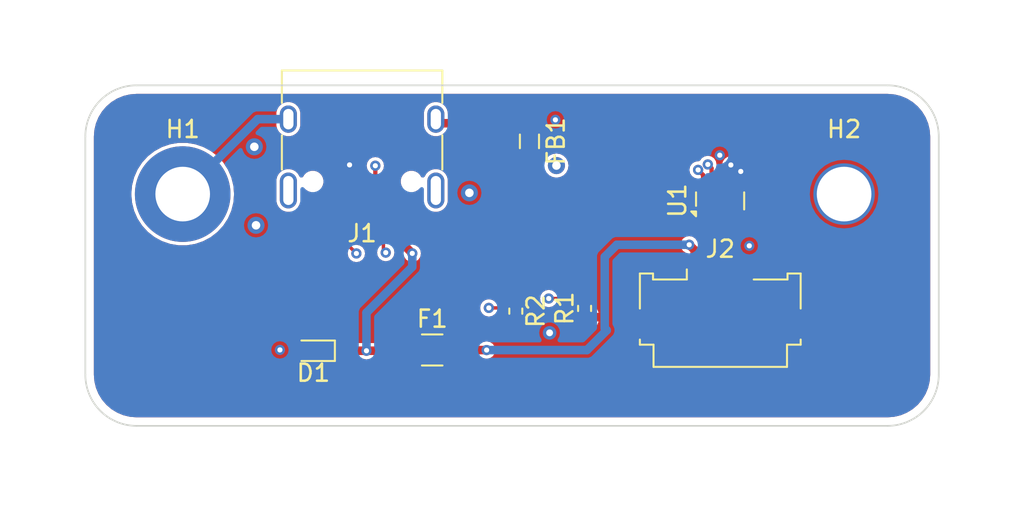
<source format=kicad_pcb>
(kicad_pcb (version 20240108) (generator "pcbnew") (generator_version "8.0")
  (layers (0 "F.Cu" signal) (1 "In1.Cu" signal) (2 "In2.Cu" signal) (31 "B.Cu" signal) (34 "B.Paste" user) (35 "F.Paste" user) (36 "B.SilkS" user "B.Silkscreen") (37 "F.SilkS" user "F.Silkscreen") (38 "B.Mask" user) (39 "F.Mask" user) (44 "Edge.Cuts" user))
  (net 0 "")
  (net 1 "GND")
  (net 2 "VBUS")
  (net 3 "5V")
  (net 4 "GNDPWR")
  (net 5 "D+")
  (net 6 "D-")
  (net 7 "Net-(J1-CC2)")
  (net 10 "Net-(J1-CC1)")
  (footprint "MountingHole:MountingHole_3.2mm_M3_DIN965_Pad_TopOnly" (layer "F.Cu") (at 177.954 37.871)
    (property "Reference" "H2" (at 0 -3.8 0) (layer "F.SilkS"))
    (property "Value" "MountingHole")
    (pad "1" thru_hole circle (at 0 0) (size 3.6 3.6) (drill 3.2) (layers "*.Cu" "*.Mask"))
    (pad "1" connect circle (at 0 0) (size 5.6 5.6) (layers "F.Cu" "F.Mask"))
  )
  (footprint "Fuse:Fuse_1206_3216Metric" (layer "F.Cu") (at 153.823 47.004)
    (property "Reference" "F1" (at 0 -1.82 0) (layer "F.SilkS"))
    (property "Value" "SMD0805-050-16V")
    (fp_line (start -0.602064 -0.91) (end 0.602064 -0.91) (stroke (width 0.12)) (layer "F.SilkS"))
    (fp_line (start -0.602064 0.91) (end 0.602064 0.91) (stroke (width 0.12)) (layer "F.SilkS"))
    (pad "1" smd roundrect (at -1.4 0) (size 1.25 1.75) (layers "F.Cu" "F.Paste" "F.Mask") (roundrect_rratio 0.2) (net 2 "VBUS"))
    (pad "2" smd roundrect (at 1.4 0) (size 1.25 1.75) (layers "F.Cu" "F.Paste" "F.Mask") (roundrect_rratio 0.2) (net 3 "5V"))
  )
  (footprint "Connector_FFC-FPC:Molex_200528-0040_1x04-1MP_P1.00mm_Horizontal" (layer "F.Cu") (at 170.7 43.695)
    (property "Reference" "J2" (at 0 -2.61 0) (layer "F.SilkS"))
    (property "Value" "200528-0040")
    (fp_line (start -4.71 -1.17) (end -4.71 0.88) (stroke (width 0.12)) (layer "F.SilkS"))
    (fp_line (start -4.71 2.7) (end -4.71 3) (stroke (width 0.12)) (layer "F.SilkS"))
    (fp_line (start -4.71 3) (end -3.91 3) (stroke (width 0.12)) (layer "F.SilkS"))
    (fp_line (start -3.94 -1.17) (end -4.71 -1.17) (stroke (width 0.12)) (layer "F.SilkS"))
    (fp_line (start -3.94 -0.82) (end -3.94 -1.17) (stroke (width 0.12)) (layer "F.SilkS"))
    (fp_line (start -3.91 3) (end -3.91 4.3) (stroke (width 0.12)) (layer "F.SilkS"))
    (fp_line (start -3.91 4.3) (end 3.91 4.3) (stroke (width 0.12)) (layer "F.SilkS"))
    (fp_line (start -1.96 -1.41) (end -1.96 -0.82) (stroke (width 0.12)) (layer "F.SilkS"))
    (fp_line (start -1.96 -0.82) (end -3.94 -0.82) (stroke (width 0.12)) (layer "F.SilkS"))
    (fp_line (start 3.91 3) (end 4.71 3) (stroke (width 0.12)) (layer "F.SilkS"))
    (fp_line (start 3.91 4.3) (end 3.91 3) (stroke (width 0.12)) (layer "F.SilkS"))
    (fp_line (start 3.94 -1.17) (end 3.94 -0.82) (stroke (width 0.12)) (layer "F.SilkS"))
    (fp_line (start 3.94 -0.82) (end 1.96 -0.82) (stroke (width 0.12)) (layer "F.SilkS"))
    (fp_line (start 4.71 -1.17) (end 3.94 -1.17) (stroke (width 0.12)) (layer "F.SilkS"))
    (fp_line (start 4.71 0.88) (end 4.71 -1.17) (stroke (width 0.12)) (layer "F.SilkS"))
    (fp_line (start 4.71 3) (end 4.71 2.7) (stroke (width 0.12)) (layer "F.SilkS"))
    (pad "1" smd rect (at -1.5 -0.91) (size 0.4 1) (layers "F.Cu" "F.Paste" "F.Mask") (net 3 "5V"))
    (pad "2" smd rect (at -0.5 -0.91) (size 0.4 1) (layers "F.Cu" "F.Paste" "F.Mask") (net 6 "D-"))
    (pad "3" smd rect (at 0.5 -0.91) (size 0.4 1) (layers "F.Cu" "F.Paste" "F.Mask") (net 5 "D+"))
    (pad "4" smd rect (at 1.5 -0.91) (size 0.4 1) (layers "F.Cu" "F.Paste" "F.Mask") (net 1 "GND"))
    (pad "MP" smd rect (at -4.3 1.79) (size 2 1.3) (layers "F.Cu" "F.Paste" "F.Mask") (net 1 "GND"))
    (pad "MP" smd rect (at 4.3 1.79) (size 2 1.3) (layers "F.Cu" "F.Paste" "F.Mask") (net 1 "GND"))
  )
  (footprint "Diode_SMD:D_SOD-523" (layer "F.Cu") (at 146.86 47.05 180)
    (property "Reference" "D1" (at 0 -1.3 0) (layer "F.SilkS"))
    (property "Value" "ESD5Z5V0")
    (fp_line (start 0.7 0.6) (end -1.26 0.6) (stroke (width 0.12)) (layer "F.SilkS"))
    (fp_line (start 0.7 -0.6) (end -1.26 -0.6) (stroke (width 0.12)) (layer "F.SilkS"))
    (fp_line (start -1.26 -0.6) (end -1.26 0.6) (stroke (width 0.12)) (layer "F.SilkS"))
    (pad "1" smd roundrect (at -0.7 0) (size 0.6 0.7) (layers "F.Cu" "F.Paste" "F.Mask") (net 2 "VBUS"))
    (pad "2" smd roundrect (at 0.7 0) (size 0.6 0.7) (layers "F.Cu" "F.Paste" "F.Mask") (net 1 "GND"))
  )
  (footprint "MountingHole:MountingHole_3.2mm_M3_DIN965_Pad_TopBottom" (layer "F.Cu") (at 139.204 37.871)
    (property "Reference" "H1" (at 0 -3.8 0) (layer "F.SilkS"))
    (property "Value" "MountingHole")
    (pad "1" thru_hole circle (at 0 0) (size 3.6 3.6) (drill 3.2) (layers "*.Cu" "*.Mask") (net 4 "GNDPWR"))
    (pad "1" connect circle (at 0 0) (size 5.6 5.6) (layers "F.Cu" "F.Mask") (net 4 "GNDPWR"))
    (pad "1" connect circle (at 0 0) (size 5.6 5.6) (layers "B.Cu" "B.Mask") (net 4 "GNDPWR"))
  )
  (footprint "Package_SON:USON-10_2.5x1.0mm_P0.5mm" (layer "F.Cu") (at 170.69 38.27 90)
    (property "Reference" "U1" (at 0.01829 -2.5 90) (layer "F.SilkS"))
    (property "Value" "TPD4E05U06DQAR")
    (fp_line (start 0.5 -1.41) (end -0.29 -1.41) (stroke (width 0.12)) (layer "F.SilkS"))
    (fp_line (start 0.5 1.41) (end -0.5 1.41) (stroke (width 0.12)) (layer "F.SilkS"))
    (fp_poly (pts (xy -0.62 -1.41) (xy -0.9 -1.41) (xy -0.62 -1.69) (xy -0.62 -1.41)) (stroke (width 0.12)) (fill solid) (layer "F.SilkS"))
    (pad "1" smd roundrect (at -0.385 -1) (size 0.3 0.55) (layers "F.Cu" "F.Paste" "F.Mask") (net 6 "D-"))
    (pad "2" smd roundrect (at -0.385 -0.5) (size 0.3 0.55) (layers "F.Cu" "F.Paste" "F.Mask") (net 6 "D-"))
    (pad "3" smd roundrect (at -0.385 0) (size 0.3 0.55) (layers "F.Cu" "F.Paste" "F.Mask") (net 1 "GND"))
    (pad "4" smd roundrect (at -0.385 0.5) (size 0.3 0.55) (layers "F.Cu" "F.Paste" "F.Mask") (net 5 "D+"))
    (pad "5" smd roundrect (at -0.385 1) (size 0.3 0.55) (layers "F.Cu" "F.Paste" "F.Mask") (net 5 "D+"))
    (pad "6" smd roundrect (at 0.385 1) (size 0.3 0.55) (layers "F.Cu" "F.Paste" "F.Mask") (net 5 "D+"))
    (pad "7" smd roundrect (at 0.385 0.5) (size 0.3 0.55) (layers "F.Cu" "F.Paste" "F.Mask") (net 5 "D+"))
    (pad "8" smd roundrect (at 0.385 0) (size 0.3 0.55) (layers "F.Cu" "F.Paste" "F.Mask") (net 1 "GND"))
    (pad "9" smd roundrect (at 0.385 -0.5) (size 0.3 0.55) (layers "F.Cu" "F.Paste" "F.Mask") (net 6 "D-"))
    (pad "10" smd roundrect (at 0.385 -1) (size 0.3 0.55) (layers "F.Cu" "F.Paste" "F.Mask") (net 6 "D-"))
  )
  (footprint "Connector_USB:USB_C_Receptacle_HRO_TYPE-C-31-M-12" (layer "F.Cu") (at 149.715 34.53 180)
    (property "Reference" "J1" (at 0 -5.645 0) (layer "F.SilkS"))
    (property "Value" "TYPE-C-31-M-12")
    (fp_line (start 4.7 2) (end 4.7 3.9) (stroke (width 0.12)) (layer "F.SilkS"))
    (fp_line (start 4.7 -1.9) (end 4.7 0.1) (stroke (width 0.12)) (layer "F.SilkS"))
    (fp_line (start -4.7 3.9) (end 4.7 3.9) (stroke (width 0.12)) (layer "F.SilkS"))
    (fp_line (start -4.7 2) (end -4.7 3.9) (stroke (width 0.12)) (layer "F.SilkS"))
    (fp_line (start -4.7 -1.9) (end -4.7 0.1) (stroke (width 0.12)) (layer "F.SilkS"))
    (pad "" np_thru_hole circle (at -2.89 -2.6 180) (size 0.65 0.65) (drill 0.65) (layers "*.Cu" "*.Mask"))
    (pad "" np_thru_hole circle (at 2.89 -2.6 180) (size 0.65 0.65) (drill 0.65) (layers "*.Cu" "*.Mask"))
    (pad "A1" smd rect (at -3.25 -4.045 180) (size 0.6 1.45) (layers "F.Cu" "F.Paste" "F.Mask") (net 1 "GND"))
    (pad "A4" smd rect (at -2.45 -4.045 180) (size 0.6 1.45) (layers "F.Cu" "F.Paste" "F.Mask") (net 2 "VBUS"))
    (pad "A5" smd rect (at -1.25 -4.045 180) (size 0.3 1.45) (layers "F.Cu" "F.Paste" "F.Mask") (net 10 "Net-(J1-CC1)"))
    (pad "A6" smd rect (at -0.25 -4.045 180) (size 0.3 1.45) (layers "F.Cu" "F.Paste" "F.Mask") (net 5 "D+"))
    (pad "A7" smd rect (at 0.25 -4.045 180) (size 0.3 1.45) (layers "F.Cu" "F.Paste" "F.Mask") (net 6 "D-"))
    (pad "A8" smd rect (at 1.25 -4.045 180) (size 0.3 1.45) (layers "F.Cu" "F.Paste" "F.Mask"))
    (pad "A9" smd rect (at 2.45 -4.045 180) (size 0.6 1.45) (layers "F.Cu" "F.Paste" "F.Mask") (net 2 "VBUS"))
    (pad "A12" smd rect (at 3.25 -4.045 180) (size 0.6 1.45) (layers "F.Cu" "F.Paste" "F.Mask") (net 1 "GND"))
    (pad "B1" smd rect (at 3.25 -4.045 180) (size 0.6 1.45) (layers "F.Cu" "F.Paste" "F.Mask") (net 1 "GND"))
    (pad "B4" smd rect (at 2.45 -4.045 180) (size 0.6 1.45) (layers "F.Cu" "F.Paste" "F.Mask") (net 2 "VBUS"))
    (pad "B5" smd rect (at 1.75 -4.045 180) (size 0.3 1.45) (layers "F.Cu" "F.Paste" "F.Mask") (net 7 "Net-(J1-CC2)"))
    (pad "B6" smd rect (at 0.75 -4.045 180) (size 0.3 1.45) (layers "F.Cu" "F.Paste" "F.Mask") (net 5 "D+"))
    (pad "B7" smd rect (at -0.75 -4.045 180) (size 0.3 1.45) (layers "F.Cu" "F.Paste" "F.Mask") (net 6 "D-"))
    (pad "B8" smd rect (at -1.75 -4.045 180) (size 0.3 1.45) (layers "F.Cu" "F.Paste" "F.Mask"))
    (pad "B9" smd rect (at -2.45 -4.045 180) (size 0.6 1.45) (layers "F.Cu" "F.Paste" "F.Mask") (net 2 "VBUS"))
    (pad "B12" smd rect (at -3.25 -4.045 180) (size 0.6 1.45) (layers "F.Cu" "F.Paste" "F.Mask") (net 1 "GND"))
    (pad "S1" thru_hole oval (at -4.32 -3.13 180) (size 1 2.1) (drill oval 0.6 1.7) (layers "*.Cu" "*.Mask") (net 4 "GNDPWR"))
    (pad "S1" thru_hole oval (at -4.32 1.05 180) (size 1 1.6) (drill oval 0.6 1.2) (layers "*.Cu" "*.Mask") (net 4 "GNDPWR"))
    (pad "S1" thru_hole oval (at 4.32 -3.13 180) (size 1 2.1) (drill oval 0.6 1.7) (layers "*.Cu" "*.Mask") (net 4 "GNDPWR"))
    (pad "S1" thru_hole oval (at 4.32 1.05 180) (size 1 1.6) (drill oval 0.6 1.2) (layers "*.Cu" "*.Mask") (net 4 "GNDPWR"))
  )
  (footprint "Inductor_SMD:L_0805_2012Metric" (layer "F.Cu") (at 159.52 34.7825 -90)
    (property "Reference" "FB1" (at 0 -1.55 90) (layer "F.SilkS"))
    (property "Value" "GZ2012D601TF")
    (fp_line (start -0.399622 0.56) (end 0.399622 0.56) (stroke (width 0.12)) (layer "F.SilkS"))
    (fp_line (start -0.399622 -0.56) (end 0.399622 -0.56) (stroke (width 0.12)) (layer "F.SilkS"))
    (pad "1" smd roundrect (at -1.0625 0 270) (size 0.875 1.2) (layers "F.Cu" "F.Paste" "F.Mask") (net 4 "GNDPWR"))
    (pad "2" smd roundrect (at 1.0625 0 270) (size 0.875 1.2) (layers "F.Cu" "F.Paste" "F.Mask") (net 1 "GND"))
  )
  (footprint "Resistor_SMD:R_0402_1005Metric" (layer "F.Cu") (at 162.75 44.57 90)
    (property "Reference" "R1" (at 0 -1.17 90) (layer "F.SilkS"))
    (property "Value" "5.1k")
    (fp_line (start -0.153641 -0.38) (end 0.153641 -0.38) (stroke (width 0.12)) (layer "F.SilkS"))
    (fp_line (start -0.153641 0.38) (end 0.153641 0.38) (stroke (width 0.12)) (layer "F.SilkS"))
    (pad "1" smd roundrect (at -0.51 0 90) (size 0.54 0.64) (layers "F.Cu" "F.Paste" "F.Mask") (net 1 "GND"))
    (pad "2" smd roundrect (at 0.51 0 90) (size 0.54 0.64) (layers "F.Cu" "F.Paste" "F.Mask") (net 10 "Net-(J1-CC1)"))
  )
  (footprint "Resistor_SMD:R_0402_1005Metric" (layer "F.Cu") (at 158.72 44.73 -90)
    (property "Reference" "R2" (at 0 -1.17 90) (layer "F.SilkS"))
    (property "Value" "5.1k")
    (fp_line (start -0.153641 0.38) (end 0.153641 0.38) (stroke (width 0.12)) (layer "F.SilkS"))
    (fp_line (start -0.153641 -0.38) (end 0.153641 -0.38) (stroke (width 0.12)) (layer "F.SilkS"))
    (pad "1" smd roundrect (at -0.51 0 270) (size 0.54 0.64) (layers "F.Cu" "F.Paste" "F.Mask") (net 7 "Net-(J1-CC2)"))
    (pad "2" smd roundrect (at 0.51 0 270) (size 0.54 0.64) (layers "F.Cu" "F.Paste" "F.Mask") (net 1 "GND"))
  )
  (gr_line (start 136.5 31.5) (end 180.5 31.5) (stroke (width 0.1)) (layer "Edge.Cuts"))
  (gr_arc (start 136.5 51.45) (mid 134.37868 50.57132) (end 133.5 48.45) (stroke (width 0.1)) (layer "Edge.Cuts"))
  (gr_arc (start 183.5 48.45) (mid 182.62132 50.57132) (end 180.5 51.45) (stroke (width 0.1)) (layer "Edge.Cuts"))
  (gr_line (start 133.5 48.45) (end 133.5 34.5) (stroke (width 0.1)) (layer "Edge.Cuts"))
  (gr_arc (start 180.5 31.5) (mid 182.62132 32.37868) (end 183.5 34.5) (stroke (width 0.1)) (layer "Edge.Cuts"))
  (gr_line (start 180.5 51.45) (end 136.5 51.45) (stroke (width 0.1)) (layer "Edge.Cuts"))
  (gr_line (start 183.5 34.5) (end 183.5 48.45) (stroke (width 0.1)) (layer "Edge.Cuts"))
  (gr_arc (start 133.5 34.5) (mid 134.37868 32.37868) (end 136.5 31.5) (stroke (width 0.1)) (layer "Edge.Cuts"))
  (via (at 161.1 36.2) (size 1) (drill 0.5) (layers "F.Cu" "B.Cu") (net 0))
  (via (at 156 37.8) (size 1) (drill 0.5) (layers "F.Cu" "B.Cu") (net 1))
  (via (at 170.67 35.595) (size 0.6) (drill 0.3) (layers "F.Cu" "B.Cu") (net 1))
  (via (at 143.5 39.7) (size 1) (drill 0.5) (layers "F.Cu" "B.Cu") (net 1))
  (via (at 144.9 47) (size 0.6) (drill 0.3) (layers "F.Cu" "B.Cu") (net 1))
  (via (at 143.4 35.1) (size 1) (drill 0.5) (layers "F.Cu" "B.Cu") (net 1))
  (via (at 161.04 33.52) (size 0.6) (drill 0.3) (layers "F.Cu" "B.Cu") (net 1))
  (via (at 160.7 46) (size 0.8) (drill 0.4) (layers "F.Cu" "B.Cu") (net 1))
  (via (at 172.4 40.9) (size 0.6) (drill 0.3) (layers "F.Cu" "B.Cu") (net 1))
  (segment (start 147.56 47.05) (end 147.56 41.01) (width 0.5) (layer "F.Cu") (net 2))
  (segment (start 152.423 47.004) (end 152.377 47.05) (width 0.5) (layer "F.Cu") (net 2))
  (segment (start 147.265 40.715) (end 147.265 38.575) (width 0.5) (layer "F.Cu") (net 2))
  (segment (start 152.165 40.855) (end 152.165 38.575) (width 0.5) (layer "F.Cu") (net 2))
  (segment (start 152.377 47.05) (end 147.56 47.05) (width 0.5) (layer "F.Cu") (net 2))
  (segment (start 147.56 41.01) (end 147.265 40.715) (width 0.5) (layer "F.Cu") (net 2))
  (segment (start 152.655 41.345) (end 152.165 40.855) (width 0.5) (layer "F.Cu") (net 2))
  (via (at 149.97 47.05) (size 0.6) (drill 0.3) (layers "F.Cu" "B.Cu") (net 2))
  (via (at 152.655 41.345) (size 0.6) (drill 0.3) (layers "F.Cu" "B.Cu") (net 2))
  (segment (start 152.655 41.345) (end 152.655 42.135) (width 0.5) (layer "B.Cu") (net 2))
  (segment (start 149.97 44.82) (end 149.97 47.05) (width 0.5) (layer "B.Cu") (net 2))
  (segment (start 152.655 42.135) (end 149.97 44.82) (width 0.5) (layer "B.Cu") (net 2))
  (segment (start 169.2 42.785) (end 169.2 41.16) (width 0.5) (layer "F.Cu") (net 3))
  (segment (start 155.229 47.01) (end 155.223 47.004) (width 0.5) (layer "F.Cu") (net 3))
  (segment (start 169.2 41.16) (end 168.88 40.84) (width 0.5) (layer "F.Cu") (net 3))
  (segment (start 157.01 47.01) (end 155.229 47.01) (width 0.5) (layer "F.Cu") (net 3))
  (via (at 168.88 40.84) (size 0.6) (drill 0.3) (layers "F.Cu" "B.Cu") (net 3))
  (via (at 157.01 47.01) (size 0.6) (drill 0.3) (layers "F.Cu" "B.Cu") (net 3))
  (segment (start 164.64 40.84) (end 163.93 41.55) (width 0.5) (layer "B.Cu") (net 3))
  (segment (start 162.89 47.01) (end 157.01 47.01) (width 0.5) (layer "B.Cu") (net 3))
  (segment (start 168.88 40.84) (end 164.64 40.84) (width 0.5) (layer "B.Cu") (net 3))
  (segment (start 164.05 45.85) (end 162.89 47.01) (width 0.5) (layer "B.Cu") (net 3))
  (segment (start 163.93 45.73) (end 164.05 45.85) (width 0.5) (layer "B.Cu") (net 3))
  (segment (start 163.93 41.55) (end 163.93 45.73) (width 0.5) (layer "B.Cu") (net 3))
  (segment (start 154.275 33.72) (end 154.035 33.48) (width 0.5) (layer "F.Cu") (net 4))
  (segment (start 159.52 33.72) (end 154.275 33.72) (width 0.5) (layer "F.Cu") (net 4))
  (segment (start 143.595 33.48) (end 145.395 33.48) (width 0.5) (layer "B.Cu") (net 4))
  (segment (start 143.595 33.48) (end 140.85 36.225) (width 0.5) (layer "B.Cu") (net 4))
  (segment (start 140.85 36.225) (end 140.85 36.24) (width 0.5) (layer "B.Cu") (net 4))
  (segment (start 148.98 38.56) (end 148.98 36.16) (width 0.25) (layer "F.Cu") (net 5))
  (segment (start 171.69 38.655) (end 171.69 38.885) (width 0.25) (layer "F.Cu") (net 5))
  (segment (start 171.34 36.185) (end 171.32 36.165) (width 0.25) (layer "F.Cu") (net 5))
  (segment (start 171.69 37.885) (end 171.69 36.735) (width 0.25) (layer "F.Cu") (net 5))
  (segment (start 171.88 36.545) (end 171.9 36.545) (width 0.25) (layer "F.Cu") (net 5))
  (segment (start 171.69 36.735) (end 171.88 36.545) (width 0.25) (layer "F.Cu") (net 5))
  (segment (start 171.19 36.295) (end 171.32 36.165) (width 0.25) (layer "F.Cu") (net 5))
  (segment (start 171.19 38.655) (end 171.19 39.385) (width 0.25) (layer "F.Cu") (net 5))
  (segment (start 171.19 42.785) (end 171.2 42.785) (width 0.25) (layer "F.Cu") (net 5))
  (segment (start 171.19 39.385) (end 171.19 42.785) (width 0.25) (layer "F.Cu") (net 5))
  (segment (start 171.19 37.885) (end 171.19 36.295) (width 0.25) (layer "F.Cu") (net 5))
  (segment (start 171.69 38.885) (end 171.19 39.385) (width 0.25) (layer "F.Cu") (net 5))
  (segment (start 148.965 38.575) (end 148.98 38.56) (width 0.25) (layer "F.Cu") (net 5))
  (via (at 148.98 36.16) (size 0.6) (drill 0.3) (layers "F.Cu" "B.Cu") (net 5))
  (via (at 171.9 36.545) (size 0.6) (drill 0.3) (layers "F.Cu" "B.Cu") (net 5))
  (via (at 171.32 36.165) (size 0.6) (drill 0.3) (layers "F.Cu" "B.Cu") (net 5))
  (segment (start 170.19 42.785) (end 170.2 42.785) (width 0.25) (layer "F.Cu") (net 6))
  (segment (start 170.19 37.885) (end 170.19 36.355) (width 0.25) (layer "F.Cu") (net 6))
  (segment (start 150.49 36.21) (end 150.49 38.55) (width 0.25) (layer "F.Cu") (net 6))
  (segment (start 169.69 38.955) (end 170.19 39.455) (width 0.25) (layer "F.Cu") (net 6))
  (segment (start 169.69 36.745) (end 169.69 37.885) (width 0.25) (layer "F.Cu") (net 6))
  (segment (start 170.19 38.655) (end 170.19 39.455) (width 0.25) (layer "F.Cu") (net 6))
  (segment (start 169.4 36.455) (end 169.69 36.745) (width 0.25) (layer "F.Cu") (net 6))
  (segment (start 170.19 39.455) (end 170.19 42.785) (width 0.25) (layer "F.Cu") (net 6))
  (segment (start 150.49 36.21) (end 150.465 36.235) (width 0.25) (layer "F.Cu") (net 6))
  (segment (start 150.49 38.55) (end 150.465 38.575) (width 0.25) (layer "F.Cu") (net 6))
  (segment (start 169.69 38.655) (end 169.69 38.955) (width 0.25) (layer "F.Cu") (net 6))
  (segment (start 170.19 36.355) (end 169.97 36.135) (width 0.25) (layer "F.Cu") (net 6))
  (via (at 169.97 36.135) (size 0.6) (drill 0.3) (layers "F.Cu" "B.Cu") (net 6))
  (via (at 169.4 36.455) (size 0.6) (drill 0.3) (layers "F.Cu" "B.Cu") (net 6))
  (via (at 150.49 36.21) (size 0.6) (drill 0.3) (layers "F.Cu" "B.Cu") (net 6))
  (segment (start 147.965 38.575) (end 147.965 39.935) (width 0.2) (layer "F.Cu") (net 7))
  (segment (start 158.4 44.54) (end 158.72 44.22) (width 0.2) (layer "F.Cu") (net 7))
  (segment (start 157.14 44.54) (end 158.4 44.54) (width 0.2) (layer "F.Cu") (net 7))
  (segment (start 147.965 39.935) (end 149.38 41.35) (width 0.2) (layer "F.Cu") (net 7))
  (via (at 157.14 44.54) (size 0.6) (drill 0.3) (layers "F.Cu" "B.Cu") (net 7))
  (via (at 149.38 41.35) (size 0.6) (drill 0.3) (layers "F.Cu" "B.Cu") (net 7))
  (segment (start 150.965 41.165) (end 150.965 38.575) (width 0.2) (layer "F.Cu") (net 10))
  (segment (start 160.65 43.99) (end 162.68 43.99) (width 0.2) (layer "F.Cu") (net 10))
  (segment (start 162.68 43.99) (end 162.75 44.06) (width 0.2) (layer "F.Cu") (net 10))
  (segment (start 151.1 41.3) (end 150.965 41.165) (width 0.2) (layer "F.Cu") (net 10))
  (via (at 151.1 41.3) (size 0.6) (drill 0.3) (layers "F.Cu" "B.Cu") (net 10))
  (via (at 160.65 43.99) (size 0.6) (drill 0.3) (layers "F.Cu" "B.Cu") (net 10))
  (zone (net 1) (net_name "GND") (layer "F.Cu") (priority 3) (connect_pads (clearance 0.2)) (min_thickness 0.25) (fill yes (thermal_gap 0.5) (thermal_bridge_width 0.5))
    (polygon (pts (xy 128.5 26.5) (xy 128.5 56.5) (xy 188.5 56.5) (xy 188.5 26.5)))
  )
  (zone (net 5) (net_name "D+") (layer "B.Cu") (connect_pads (clearance 0.2)) (min_thickness 0.25) (fill yes (thermal_gap 0.5) (thermal_bridge_width 0.5))
    (polygon (pts (xy 128.5 26.5) (xy 128.5 56.5) (xy 188.5 56.5) (xy 188.5 26.5)))
  )
)
</source>
